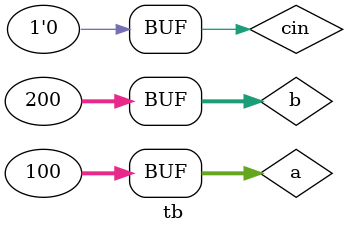
<source format=v>
`timescale 1ns / 1ps


module tb;
reg [31:0]a,b;
reg cin;
wire [31:0]s;
wire cout;

KSA KSA1(s,cout,a,b,cin);
initial begin
    a=32'd1; b=32'd2; cin=1'b0;
    #5 a=32'd100;
    #5 b=32'd200;
end
endmodule

</source>
